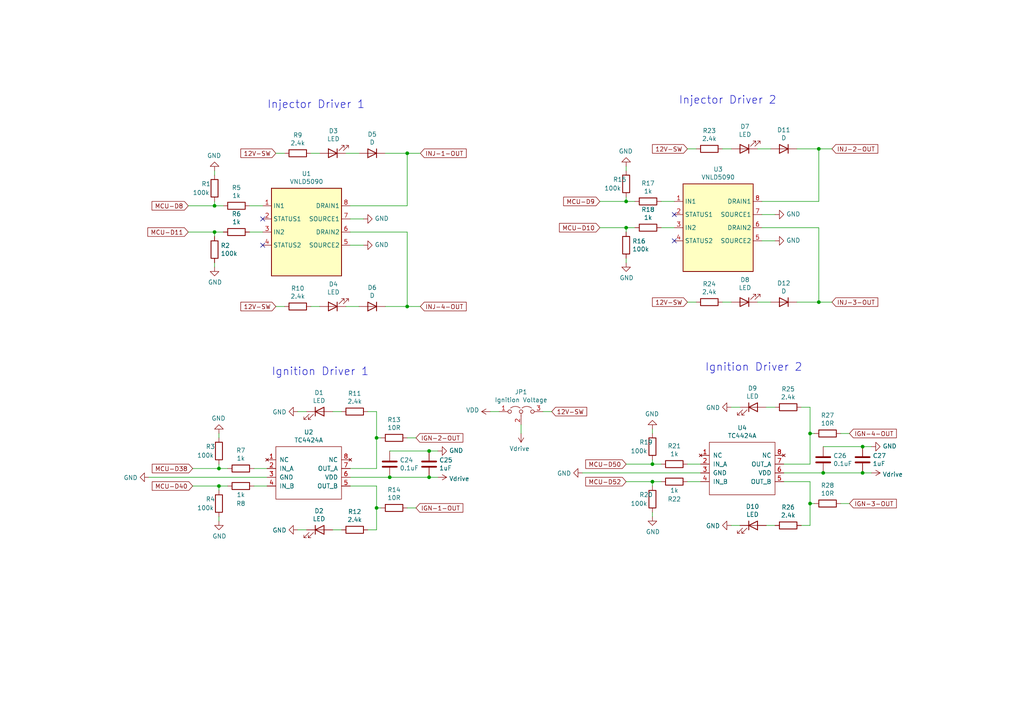
<source format=kicad_sch>
(kicad_sch (version 20210621) (generator eeschema)
  (paper "A4")
  (lib_symbols
    (symbol "Device:C" (pin_numbers hide) (pin_names (offset 0.254))
      (property "Reference" "C" (at 0.635 2.54 0))
      (property "Value" "C" (at 0.635 -2.54 0))
      (symbol "C_0_1"
        (polyline (pts (xy -2.032 -0.762) (xy 2.032 -0.762)) (stroke (width 0.508)))
        (polyline (pts (xy -2.032 0.762) (xy 2.032 0.762)) (stroke (width 0.508)))
      )
      (symbol "C_1_1"
        (pin passive line (at 0 3.81 270) (length 2.794) (name "~") (number "1"))
        (pin passive line (at 0 -3.81 90) (length 2.794) (name "~") (number "2"))
      )
    )
    (symbol "Device:D" (pin_numbers hide) (pin_names (offset 1.016) hide)
      (property "Reference" "D" (at 0 2.54 0))
      (property "Value" "D" (at 0 -2.54 0))
      (symbol "D_0_1"
        (polyline (pts (xy -1.27 1.27) (xy -1.27 -1.27)) (stroke (width 0.254)))
        (polyline (pts (xy 1.27 0) (xy -1.27 0)))
        (polyline (pts (xy 1.27 1.27) (xy 1.27 -1.27) (xy -1.27 0) (xy 1.27 1.27)) (stroke (width 0.254)))
      )
      (symbol "D_1_1"
        (pin passive line (at -3.81 0 0) (length 2.54) (name "K") (number "1"))
        (pin passive line (at 3.81 0 180) (length 2.54) (name "A") (number "2"))
      )
    )
    (symbol "Device:LED" (pin_numbers hide) (pin_names (offset 1.016) hide)
      (property "Reference" "D" (at 0 2.54 0))
      (property "Value" "LED" (at 0 -2.54 0))
      (symbol "LED_0_1"
        (polyline (pts (xy -1.27 -1.27) (xy -1.27 1.27)) (stroke (width 0.254)))
        (polyline (pts (xy -1.27 0) (xy 1.27 0)))
        (polyline (pts (xy 1.27 -1.27) (xy 1.27 1.27) (xy -1.27 0) (xy 1.27 -1.27)) (stroke (width 0.254)))
        (polyline (pts (xy -3.048 -0.762) (xy -4.572 -2.286) (xy -3.81 -2.286) (xy -4.572 -2.286) (xy -4.572 -1.524)))
        (polyline (pts (xy -1.778 -0.762) (xy -3.302 -2.286) (xy -2.54 -2.286) (xy -3.302 -2.286) (xy -3.302 -1.524)))
      )
      (symbol "LED_1_1"
        (pin passive line (at -3.81 0 0) (length 2.54) (name "K") (number "1"))
        (pin passive line (at 3.81 0 180) (length 2.54) (name "A") (number "2"))
      )
    )
    (symbol "Device:R" (pin_numbers hide) (pin_names (offset 0))
      (property "Reference" "R" (at 2.032 0 90))
      (property "Value" "R" (at 0 0 90))
      (symbol "R_0_1"
        (rectangle (start -1.016 -2.54) (end 1.016 2.54) (stroke (width 0.254)))
      )
      (symbol "R_1_1"
        (pin passive line (at 0 3.81 270) (length 1.27) (name "~") (number "1"))
        (pin passive line (at 0 -3.81 90) (length 1.27) (name "~") (number "2"))
      )
    )
    (symbol "IC_Automotive:TC4424A" (pin_names (offset 1.016))
      (property "Reference" "U" (at -7.62 38.1 0))
      (property "Value" "IC_Automotive_TC4424A" (at -15.24 38.1 0))
      (symbol "TC4424A_0_1"
        (rectangle (start -25.4 36.83) (end -6.35 21.59))
      )
      (symbol "TC4424A_1_1"
        (pin no_connect line (at -27.94 33.02 0) (length 2.54) (name "NC") (number "1"))
        (pin input line (at -27.94 30.48 0) (length 2.54) (name "IN_A") (number "2"))
        (pin power_in line (at -27.94 27.94 0) (length 2.54) (name "GND") (number "3"))
        (pin input line (at -27.94 25.4 0) (length 2.54) (name "IN_B") (number "4"))
        (pin input line (at -3.81 25.4 180) (length 2.54) (name "OUT_B") (number "5"))
        (pin power_in line (at -3.81 27.94 180) (length 2.54) (name "VDD") (number "6"))
        (pin output line (at -3.81 30.48 180) (length 2.54) (name "OUT_A") (number "7"))
        (pin no_connect line (at -3.81 33.02 180) (length 2.54) (name "NC") (number "8"))
      )
    )
    (symbol "IC_Automotive:VNLD5090"
      (property "Reference" "U" (at -7.62 11.43 0))
      (property "Value" "IC_Automotive_VNLD5090" (at 12.7 11.43 0))
      (symbol "VNLD5090_0_1"
        (rectangle (start -7.62 -15.24) (end 12.7 10.16) (stroke (width 0.254)) (fill (type background)))
      )
      (symbol "VNLD5090_1_1"
        (pin input line (at -10.16 5.08 0) (length 2.54) (name "IN1") (number "1"))
        (pin output line (at -10.16 1.27 0) (length 2.54) (name "STATUS1") (number "2"))
        (pin input line (at -10.16 -2.54 0) (length 2.54) (name "IN2") (number "3"))
        (pin output line (at -10.16 -6.35 0) (length 2.54) (name "STATUS2") (number "4"))
        (pin input line (at 15.24 -6.35 180) (length 2.54) (name "SOURCE2") (number "5"))
        (pin output line (at 15.24 -2.54 180) (length 2.54) (name "DRAIN2") (number "6"))
        (pin input line (at 15.24 1.27 180) (length 2.54) (name "SOURCE1") (number "7"))
        (pin output line (at 15.24 5.08 180) (length 2.54) (name "DRAIN1") (number "8"))
      )
    )
    (symbol "Jumper:Jumper_3_Open" (pin_names (offset 0) hide)
      (property "Reference" "JP" (at -2.54 -2.54 0))
      (property "Value" "Jumper_3_Open" (at 0 2.794 0))
      (symbol "Jumper_3_Open_0_0"
        (circle (center -3.302 0) (radius 0.508))
        (circle (center 0 0) (radius 0.508))
        (circle (center 3.302 0) (radius 0.508))
      )
      (symbol "Jumper_3_Open_0_1"
        (arc (start -0.254 1.016) (mid -1.651 1.4992) (end -3.048 1.016))
        (polyline (pts (xy 0 -0.508) (xy 0 -1.27)))
        (arc (start 3.048 1.016) (mid 1.651 1.4992) (end 0.254 1.016))
      )
      (symbol "Jumper_3_Open_1_1"
        (pin passive line (at -6.35 0 0) (length 2.54) (name "A") (number "1"))
        (pin input line (at 0 -3.81 90) (length 2.54) (name "C") (number "2"))
        (pin passive line (at 6.35 0 180) (length 2.54) (name "B") (number "3"))
      )
    )
    (symbol "power:GND" (power) (pin_names (offset 0))
      (property "Value" "GND" (at 0 -3.81 0))
      (symbol "GND_0_1"
        (polyline (pts (xy 0 0) (xy 0 -1.27) (xy 1.27 -1.27) (xy 0 -2.54) (xy -1.27 -1.27) (xy 0 -1.27)))
      )
      (symbol "GND_1_1"
        (pin power_in line (at 0 0 270) (length 0) hide (name "GND") (number "1"))
      )
    )
    (symbol "power:VDD" (power) (pin_names (offset 0))
      (property "Value" "VDD" (at 0 3.81 0))
      (symbol "VDD_0_1"
        (polyline (pts (xy -0.762 1.27) (xy 0 2.54)))
        (polyline (pts (xy 0 0) (xy 0 2.54)))
        (polyline (pts (xy 0 2.54) (xy 0.762 1.27)))
      )
      (symbol "VDD_1_1"
        (pin power_in line (at 0 0 90) (length 0) hide (name "VDD") (number "1"))
      )
    )
    (symbol "power:Vdrive" (power) (pin_names (offset 0))
      (property "Value" "Vdrive" (at 0 3.81 0))
      (symbol "Vdrive_0_1"
        (polyline (pts (xy -0.762 1.27) (xy 0 2.54)))
        (polyline (pts (xy 0 0) (xy 0 2.54)))
        (polyline (pts (xy 0 2.54) (xy 0.762 1.27)))
      )
      (symbol "Vdrive_1_1"
        (pin power_in line (at 0 0 90) (length 0) hide (name "Vdrive") (number "1"))
      )
    )
  )
  (junction (at 124.46 138.43))
  (junction (at 181.61 66.04))
  (junction (at 234.95 125.73))
  (junction (at 63.5 140.97))
  (junction (at 62.23 67.31))
  (junction (at 234.95 146.05))
  (junction (at 250.19 129.54))
  (junction (at 62.23 59.69))
  (junction (at 118.11 88.9))
  (junction (at 181.61 58.42))
  (junction (at 118.11 44.45))
  (junction (at 124.46 130.81))
  (junction (at 113.03 138.43))
  (junction (at 250.19 137.16))
  (junction (at 237.49 87.63))
  (junction (at 238.76 137.16))
  (junction (at 109.22 127))
  (junction (at 109.22 147.32))
  (junction (at 189.23 134.62))
  (junction (at 189.23 139.7))
  (junction (at 63.5 135.89))
  (junction (at 237.49 43.18))
  (no_connect (at 76.2 71.12))
  (no_connect (at 76.2 63.5))
  (no_connect (at 195.58 69.85))
  (no_connect (at 195.58 62.23))
  (wire (pts (xy 189.23 149.86) (xy 189.23 148.59)))
  (wire (pts (xy 189.23 134.62) (xy 191.77 134.62)))
  (wire (pts (xy 234.95 139.7) (xy 227.33 139.7)))
  (wire (pts (xy 181.61 66.04) (xy 181.61 67.31)))
  (wire (pts (xy 124.46 130.81) (xy 113.03 130.81)))
  (wire (pts (xy 220.98 66.04) (xy 237.49 66.04)))
  (wire (pts (xy 110.49 147.32) (xy 109.22 147.32)))
  (wire (pts (xy 234.95 152.4) (xy 234.95 146.05)))
  (wire (pts (xy 73.66 140.97) (xy 77.47 140.97)))
  (wire (pts (xy 212.09 152.4) (xy 214.63 152.4)))
  (wire (pts (xy 231.14 87.63) (xy 237.49 87.63)))
  (wire (pts (xy 209.55 43.18) (xy 212.09 43.18)))
  (wire (pts (xy 101.6 59.69) (xy 118.11 59.69)))
  (wire (pts (xy 80.01 88.9) (xy 82.55 88.9)))
  (wire (pts (xy 66.04 140.97) (xy 63.5 140.97)))
  (wire (pts (xy 199.39 134.62) (xy 203.2 134.62)))
  (wire (pts (xy 236.22 125.73) (xy 234.95 125.73)))
  (wire (pts (xy 72.39 59.69) (xy 76.2 59.69)))
  (wire (pts (xy 113.03 138.43) (xy 101.6 138.43)))
  (wire (pts (xy 118.11 67.31) (xy 118.11 88.9)))
  (wire (pts (xy 181.61 139.7) (xy 189.23 139.7)))
  (wire (pts (xy 222.25 152.4) (xy 224.79 152.4)))
  (wire (pts (xy 96.52 153.67) (xy 99.06 153.67)))
  (wire (pts (xy 157.48 119.38) (xy 160.02 119.38)))
  (wire (pts (xy 62.23 50.8) (xy 62.23 49.53)))
  (wire (pts (xy 144.78 119.38) (xy 142.24 119.38)))
  (wire (pts (xy 96.52 119.38) (xy 99.06 119.38)))
  (wire (pts (xy 63.5 151.13) (xy 63.5 149.86)))
  (wire (pts (xy 220.98 58.42) (xy 237.49 58.42)))
  (wire (pts (xy 121.92 88.9) (xy 118.11 88.9)))
  (wire (pts (xy 63.5 127) (xy 63.5 125.73)))
  (wire (pts (xy 203.2 137.16) (xy 168.91 137.16)))
  (wire (pts (xy 109.22 153.67) (xy 109.22 147.32)))
  (wire (pts (xy 106.68 153.67) (xy 109.22 153.67)))
  (wire (pts (xy 236.22 146.05) (xy 234.95 146.05)))
  (wire (pts (xy 238.76 137.16) (xy 227.33 137.16)))
  (wire (pts (xy 181.61 76.2) (xy 181.61 74.93)))
  (wire (pts (xy 181.61 57.15) (xy 181.61 58.42)))
  (wire (pts (xy 250.19 129.54) (xy 238.76 129.54)))
  (wire (pts (xy 250.19 137.16) (xy 238.76 137.16)))
  (wire (pts (xy 191.77 139.7) (xy 189.23 139.7)))
  (wire (pts (xy 55.88 135.89) (xy 63.5 135.89)))
  (wire (pts (xy 243.84 125.73) (xy 246.38 125.73)))
  (wire (pts (xy 118.11 59.69) (xy 118.11 44.45)))
  (wire (pts (xy 189.23 125.73) (xy 189.23 124.46)))
  (wire (pts (xy 109.22 127) (xy 109.22 135.89)))
  (wire (pts (xy 181.61 49.53) (xy 181.61 48.26)))
  (wire (pts (xy 109.22 119.38) (xy 109.22 127)))
  (wire (pts (xy 86.36 119.38) (xy 88.9 119.38)))
  (wire (pts (xy 234.95 134.62) (xy 227.33 134.62)))
  (wire (pts (xy 121.92 44.45) (xy 118.11 44.45)))
  (wire (pts (xy 55.88 140.97) (xy 63.5 140.97)))
  (wire (pts (xy 54.61 67.31) (xy 62.23 67.31)))
  (wire (pts (xy 237.49 58.42) (xy 237.49 43.18)))
  (wire (pts (xy 199.39 139.7) (xy 203.2 139.7)))
  (wire (pts (xy 124.46 138.43) (xy 113.03 138.43)))
  (wire (pts (xy 63.5 135.89) (xy 66.04 135.89)))
  (wire (pts (xy 86.36 153.67) (xy 88.9 153.67)))
  (wire (pts (xy 77.47 138.43) (xy 43.18 138.43)))
  (wire (pts (xy 189.23 139.7) (xy 189.23 140.97)))
  (wire (pts (xy 90.17 88.9) (xy 92.71 88.9)))
  (wire (pts (xy 100.33 88.9) (xy 104.14 88.9)))
  (wire (pts (xy 173.99 66.04) (xy 181.61 66.04)))
  (wire (pts (xy 151.13 125.73) (xy 151.13 123.19)))
  (wire (pts (xy 209.55 87.63) (xy 212.09 87.63)))
  (wire (pts (xy 62.23 58.42) (xy 62.23 59.69)))
  (wire (pts (xy 63.5 140.97) (xy 63.5 142.24)))
  (wire (pts (xy 109.22 147.32) (xy 109.22 140.97)))
  (wire (pts (xy 234.95 146.05) (xy 234.95 139.7)))
  (wire (pts (xy 62.23 77.47) (xy 62.23 76.2)))
  (wire (pts (xy 54.61 59.69) (xy 62.23 59.69)))
  (wire (pts (xy 189.23 133.35) (xy 189.23 134.62)))
  (wire (pts (xy 234.95 125.73) (xy 234.95 134.62)))
  (wire (pts (xy 105.41 71.12) (xy 101.6 71.12)))
  (wire (pts (xy 191.77 66.04) (xy 195.58 66.04)))
  (wire (pts (xy 243.84 146.05) (xy 246.38 146.05)))
  (wire (pts (xy 127 130.81) (xy 124.46 130.81)))
  (wire (pts (xy 109.22 135.89) (xy 101.6 135.89)))
  (wire (pts (xy 237.49 66.04) (xy 237.49 87.63)))
  (wire (pts (xy 64.77 67.31) (xy 62.23 67.31)))
  (wire (pts (xy 109.22 140.97) (xy 101.6 140.97)))
  (wire (pts (xy 199.39 87.63) (xy 201.93 87.63)))
  (wire (pts (xy 118.11 127) (xy 120.65 127)))
  (wire (pts (xy 63.5 134.62) (xy 63.5 135.89)))
  (wire (pts (xy 220.98 62.23) (xy 224.79 62.23)))
  (wire (pts (xy 252.73 137.16) (xy 250.19 137.16)))
  (wire (pts (xy 73.66 135.89) (xy 77.47 135.89)))
  (wire (pts (xy 224.79 69.85) (xy 220.98 69.85)))
  (wire (pts (xy 212.09 118.11) (xy 214.63 118.11)))
  (wire (pts (xy 101.6 63.5) (xy 105.41 63.5)))
  (wire (pts (xy 219.71 87.63) (xy 223.52 87.63)))
  (wire (pts (xy 222.25 118.11) (xy 224.79 118.11)))
  (wire (pts (xy 106.68 119.38) (xy 109.22 119.38)))
  (wire (pts (xy 100.33 44.45) (xy 104.14 44.45)))
  (wire (pts (xy 62.23 59.69) (xy 64.77 59.69)))
  (wire (pts (xy 241.3 87.63) (xy 237.49 87.63)))
  (wire (pts (xy 111.76 44.45) (xy 118.11 44.45)))
  (wire (pts (xy 127 138.43) (xy 124.46 138.43)))
  (wire (pts (xy 231.14 43.18) (xy 237.49 43.18)))
  (wire (pts (xy 219.71 43.18) (xy 223.52 43.18)))
  (wire (pts (xy 191.77 58.42) (xy 195.58 58.42)))
  (wire (pts (xy 181.61 134.62) (xy 189.23 134.62)))
  (wire (pts (xy 90.17 44.45) (xy 92.71 44.45)))
  (wire (pts (xy 101.6 67.31) (xy 118.11 67.31)))
  (wire (pts (xy 232.41 152.4) (xy 234.95 152.4)))
  (wire (pts (xy 80.01 44.45) (xy 82.55 44.45)))
  (wire (pts (xy 110.49 127) (xy 109.22 127)))
  (wire (pts (xy 173.99 58.42) (xy 181.61 58.42)))
  (wire (pts (xy 234.95 118.11) (xy 234.95 125.73)))
  (wire (pts (xy 72.39 67.31) (xy 76.2 67.31)))
  (wire (pts (xy 118.11 147.32) (xy 120.65 147.32)))
  (wire (pts (xy 181.61 58.42) (xy 184.15 58.42)))
  (wire (pts (xy 184.15 66.04) (xy 181.61 66.04)))
  (wire (pts (xy 241.3 43.18) (xy 237.49 43.18)))
  (wire (pts (xy 199.39 43.18) (xy 201.93 43.18)))
  (wire (pts (xy 62.23 67.31) (xy 62.23 68.58)))
  (wire (pts (xy 232.41 118.11) (xy 234.95 118.11)))
  (wire (pts (xy 111.76 88.9) (xy 118.11 88.9)))
  (wire (pts (xy 252.73 129.54) (xy 250.19 129.54)))
  (text "Ignition Driver 1" (at 78.74 109.22 0) (effects (font (size 2.2606 2.2606)) (justify left bottom)))
  (text "Ignition Driver 2" (at 204.47 107.95 0) (effects (font (size 2.2606 2.2606)) (justify left bottom)))
  (text "Injector Driver 2" (at 196.85 30.48 0) (effects (font (size 2.2606 2.2606)) (justify left bottom)))
  (text "Injector Driver 1" (at 77.47 31.75 0) (effects (font (size 2.2606 2.2606)) (justify left bottom)))
  (global_label "MCU-D8" (shape input) (at 54.61 59.69 180) (property "Intersheet References" "${INTERSHEET_REFS}" (effects hide)))
  (global_label "MCU-D10" (shape input) (at 173.99 66.04 180) (property "Intersheet References" "${INTERSHEET_REFS}" (effects hide)))
  (global_label "MCU-D9" (shape input) (at 173.99 58.42 180) (property "Intersheet References" "${INTERSHEET_REFS}" (effects hide)))
  (global_label "IGN-2-OUT" (shape input) (at 120.65 127 0) (property "Intersheet References" "${INTERSHEET_REFS}" (effects hide)))
  (global_label "12V-SW" (shape input) (at 80.01 44.45 180) (property "Intersheet References" "${INTERSHEET_REFS}" (effects hide)))
  (global_label "INJ-2-OUT" (shape input) (at 241.3 43.18 0) (property "Intersheet References" "${INTERSHEET_REFS}" (effects hide)))
  (global_label "INJ-4-OUT" (shape input) (at 121.92 88.9 0) (property "Intersheet References" "${INTERSHEET_REFS}" (effects hide)))
  (global_label "MCU-D40" (shape input) (at 55.88 140.97 180) (property "Intersheet References" "${INTERSHEET_REFS}" (effects hide)))
  (global_label "INJ-1-OUT" (shape input) (at 121.92 44.45 0) (property "Intersheet References" "${INTERSHEET_REFS}" (effects hide)))
  (global_label "IGN-1-OUT" (shape input) (at 120.65 147.32 0) (property "Intersheet References" "${INTERSHEET_REFS}" (effects hide)))
  (global_label "12V-SW" (shape input) (at 80.01 88.9 180) (property "Intersheet References" "${INTERSHEET_REFS}" (effects hide)))
  (global_label "MCU-D38" (shape input) (at 55.88 135.89 180) (property "Intersheet References" "${INTERSHEET_REFS}" (effects hide)))
  (global_label "INJ-3-OUT" (shape input) (at 241.3 87.63 0) (property "Intersheet References" "${INTERSHEET_REFS}" (effects hide)))
  (global_label "MCU-D11" (shape input) (at 54.61 67.31 180) (property "Intersheet References" "${INTERSHEET_REFS}" (effects hide)))
  (global_label "MCU-D50" (shape input) (at 181.61 134.62 180) (property "Intersheet References" "${INTERSHEET_REFS}" (effects hide)))
  (global_label "12V-SW" (shape input) (at 199.39 43.18 180) (property "Intersheet References" "${INTERSHEET_REFS}" (effects hide)))
  (global_label "IGN-4-OUT" (shape input) (at 246.38 125.73 0) (property "Intersheet References" "${INTERSHEET_REFS}" (effects hide)))
  (global_label "12V-SW" (shape input) (at 199.39 87.63 180) (property "Intersheet References" "${INTERSHEET_REFS}" (effects hide)))
  (global_label "MCU-D52" (shape input) (at 181.61 139.7 180) (property "Intersheet References" "${INTERSHEET_REFS}" (effects hide)))
  (global_label "12V-SW" (shape input) (at 160.02 119.38 0) (property "Intersheet References" "${INTERSHEET_REFS}" (effects hide)))
  (global_label "IGN-3-OUT" (shape input) (at 246.38 146.05 0) (property "Intersheet References" "${INTERSHEET_REFS}" (effects hide)))
  (symbol (lib_id "IC_Automotive:VNLD5090") (at 86.36 64.77 0) (unit 1)
    (property "Reference" "U1" (at 88.9 50.3682 0))
    (property "Value" "VNLD5090" (at 88.9 52.6796 0))
    (property "Footprint" "Package_SO:SOIC-8_3.9x4.9mm_P1.27mm" (effects hide))
    (property "Datasheet" "https://www.st.com/resource/en/datasheet/vnld5090-e.pdf" (effects hide))
    (property "Manufacturer_Name" "STMicro" (effects hide))
    (property "Manufacturer_Part_Number" "VNLD5090-E" (effects hide))
    (property "URL" "https://www.digikey.com.au/products/en?keywords=VNLD5090-E" (effects hide))
    (property "Digikey Part Number" "497-18682-ND" (effects hide))
  )
  (symbol (lib_id "power:GND") (at 105.41 63.5 90) (unit 1)
    (property "Reference" "#PWR010" (effects hide))
    (property "Value" "GND" (at 108.6612 63.373 90) (effects (justify right)))
  )
  (symbol (lib_id "power:GND") (at 105.41 71.12 90) (unit 1)
    (property "Reference" "#PWR011" (effects hide))
    (property "Value" "GND" (at 108.6612 70.993 90) (effects (justify right)))
  )
  (symbol (lib_id "Device:R") (at 68.58 59.69 270) (unit 1)
    (property "Reference" "R5" (at 68.58 54.4322 90))
    (property "Value" "1k" (at 68.58 56.7436 90))
    (property "Footprint" "Resistor_SMD:R_0805_2012Metric" (effects hide))
    (property "Digikey Part Number" "311-1.00KCRCT-ND" (effects hide))
    (property "Manufacturer_Name" "Yageo" (effects hide))
    (property "Manufacturer_Part_Number" "RC0805FR-071KL" (effects hide))
    (property "URL" "https://www.digikey.com/product-detail/en/yageo/RC0805FR-071KL/311-1.00KCRCT-ND/730391" (effects hide))
  )
  (symbol (lib_id "Device:R") (at 68.58 67.31 270) (unit 1)
    (property "Reference" "R6" (at 68.58 62.0522 90))
    (property "Value" "1k" (at 68.58 64.3636 90))
    (property "Footprint" "Resistor_SMD:R_0805_2012Metric" (effects hide))
    (property "Digikey Part Number" "311-1.00KCRCT-ND" (effects hide))
    (property "Manufacturer_Name" "Yageo" (effects hide))
    (property "Manufacturer_Part_Number" "RC0805FR-071KL" (effects hide))
    (property "URL" "https://www.digikey.com/product-detail/en/yageo/RC0805FR-071KL/311-1.00KCRCT-ND/730391" (effects hide))
  )
  (symbol (lib_id "Device:R") (at 62.23 54.61 180) (unit 1)
    (property "Reference" "R1" (at 58.42 53.34 0) (effects (justify right)))
    (property "Value" "100k" (at 55.88 55.88 0) (effects (justify right)))
    (property "Footprint" "Resistor_SMD:R_0805_2012Metric" (effects hide))
    (property "Digikey Part Number" "311-100KCRCT-ND" (effects hide))
    (property "Manufacturer_Name" "Yageo" (effects hide))
    (property "Manufacturer_Part_Number" "RC0805FR-07100KL" (effects hide))
    (property "URL" "https://www.digikey.com/product-detail/en/yageo/RC0805FR-07100KL/311-100KCRCT-ND/730491" (effects hide))
  )
  (symbol (lib_id "Device:R") (at 62.23 72.39 180) (unit 1)
    (property "Reference" "R2" (at 64.008 71.2216 0) (effects (justify right)))
    (property "Value" "100k" (at 64.008 73.533 0) (effects (justify right)))
    (property "Footprint" "Resistor_SMD:R_0805_2012Metric" (effects hide))
    (property "Digikey Part Number" "311-100KCRCT-ND" (effects hide))
    (property "Manufacturer_Name" "Yageo" (effects hide))
    (property "Manufacturer_Part_Number" "RC0805FR-07100KL" (effects hide))
    (property "URL" "https://www.digikey.com/product-detail/en/yageo/RC0805FR-07100KL/311-100KCRCT-ND/730491" (effects hide))
  )
  (symbol (lib_id "power:GND") (at 62.23 49.53 180) (unit 1)
    (property "Reference" "#PWR04" (effects hide))
    (property "Value" "GND" (at 62.103 45.1358 0))
  )
  (symbol (lib_id "power:GND") (at 62.23 77.47 0) (unit 1)
    (property "Reference" "#PWR05" (effects hide))
    (property "Value" "GND" (at 62.357 81.8642 0))
  )
  (symbol (lib_id "Device:R") (at 86.36 88.9 270) (unit 1)
    (property "Reference" "R10" (at 86.36 83.6422 90))
    (property "Value" "2.4k" (at 86.36 85.9536 90))
    (property "Footprint" "Resistor_SMD:R_0805_2012Metric" (effects hide))
    (property "Digikey Part Number" "311-2.40KCRCT-ND" (effects hide))
    (property "Manufacturer_Name" "Yageo" (effects hide))
    (property "Manufacturer_Part_Number" "RC0805FR-072K4L" (effects hide))
    (property "URL" "https://www.digikey.com/product-detail/en/yageo/RC0805FR-072K4L/311-2.40KCRCT-ND/730637" (effects hide))
  )
  (symbol (lib_id "Device:LED") (at 96.52 88.9 180) (unit 1)
    (property "Reference" "D4" (at 96.6978 82.423 0))
    (property "Value" "LED" (at 96.6978 84.7344 0))
    (property "Footprint" "LED_SMD:LED_0805_2012Metric" (effects hide))
    (property "Digikey Part Number" "475-1415-1-ND" (effects hide))
    (property "Manufacturer_Name" "Osram" (effects hide))
    (property "Manufacturer_Part_Number" "LH R974-LP-1" (effects hide))
    (property "URL" "https://www.digikey.com/product-detail/en/osram-opto-semiconductors-inc/LH-R974-LP-1/475-1415-1-ND/1802604" (effects hide))
  )
  (symbol (lib_id "Device:R") (at 86.36 44.45 270) (unit 1)
    (property "Reference" "R9" (at 86.36 39.1922 90))
    (property "Value" "2.4k" (at 86.36 41.5036 90))
    (property "Footprint" "Resistor_SMD:R_0805_2012Metric" (effects hide))
    (property "Digikey Part Number" "311-2.40KCRCT-ND" (effects hide))
    (property "Manufacturer_Name" "Yageo" (effects hide))
    (property "Manufacturer_Part_Number" "RC0805FR-072K4L" (effects hide))
    (property "URL" "https://www.digikey.com/product-detail/en/yageo/RC0805FR-072K4L/311-2.40KCRCT-ND/730637" (effects hide))
  )
  (symbol (lib_id "Device:LED") (at 96.52 44.45 180) (unit 1)
    (property "Reference" "D3" (at 96.6978 37.973 0))
    (property "Value" "LED" (at 96.6978 40.2844 0))
    (property "Footprint" "LED_SMD:LED_0805_2012Metric" (effects hide))
    (property "Digikey Part Number" "475-1415-1-ND" (effects hide))
    (property "Manufacturer_Name" "Osram" (effects hide))
    (property "Manufacturer_Part_Number" "LH R974-LP-1" (effects hide))
    (property "URL" "https://www.digikey.com/product-detail/en/osram-opto-semiconductors-inc/LH-R974-LP-1/475-1415-1-ND/1802604" (effects hide))
  )
  (symbol (lib_id "IC_Automotive:VNLD5090") (at 205.74 63.5 0) (unit 1)
    (property "Reference" "U3" (at 208.28 49.0982 0))
    (property "Value" "VNLD5090" (at 208.28 51.4096 0))
    (property "Footprint" "Package_SO:SOIC-8_3.9x4.9mm_P1.27mm" (effects hide))
    (property "Datasheet" "https://www.st.com/resource/en/datasheet/vnld5090-e.pdf" (effects hide))
    (property "Manufacturer_Name" "STMicro" (effects hide))
    (property "Manufacturer_Part_Number" "VNLD5090-E" (effects hide))
    (property "URL" "https://www.digikey.com.au/products/en?keywords=VNLD5090-E" (effects hide))
    (property "Digikey Part Number" "497-18682-ND" (effects hide))
  )
  (symbol (lib_id "power:GND") (at 224.79 62.23 90) (unit 1)
    (property "Reference" "#PWR020" (effects hide))
    (property "Value" "GND" (at 228.0412 62.103 90) (effects (justify right)))
  )
  (symbol (lib_id "power:GND") (at 224.79 69.85 90) (unit 1)
    (property "Reference" "#PWR021" (effects hide))
    (property "Value" "GND" (at 228.0412 69.723 90) (effects (justify right)))
  )
  (symbol (lib_id "Device:R") (at 187.96 58.42 270) (unit 1)
    (property "Reference" "R17" (at 187.96 53.1622 90))
    (property "Value" "1k" (at 187.96 55.4736 90))
    (property "Footprint" "Resistor_SMD:R_0805_2012Metric" (effects hide))
    (property "Digikey Part Number" "311-1.00KCRCT-ND" (effects hide))
    (property "Manufacturer_Name" "Yageo" (effects hide))
    (property "Manufacturer_Part_Number" "RC0805FR-071KL" (effects hide))
    (property "URL" "https://www.digikey.com/product-detail/en/yageo/RC0805FR-071KL/311-1.00KCRCT-ND/730391" (effects hide))
  )
  (symbol (lib_id "Device:R") (at 187.96 66.04 270) (unit 1)
    (property "Reference" "R18" (at 187.96 60.7822 90))
    (property "Value" "1k" (at 187.96 63.0936 90))
    (property "Footprint" "Resistor_SMD:R_0805_2012Metric" (effects hide))
    (property "Digikey Part Number" "311-1.00KCRCT-ND" (effects hide))
    (property "Manufacturer_Name" "Yageo" (effects hide))
    (property "Manufacturer_Part_Number" "RC0805FR-071KL" (effects hide))
    (property "URL" "https://www.digikey.com/product-detail/en/yageo/RC0805FR-071KL/311-1.00KCRCT-ND/730391" (effects hide))
  )
  (symbol (lib_id "Device:R") (at 181.61 53.34 180) (unit 1)
    (property "Reference" "R15" (at 177.8 52.07 0) (effects (justify right)))
    (property "Value" "100k" (at 175.26 54.61 0) (effects (justify right)))
    (property "Footprint" "Resistor_SMD:R_0805_2012Metric" (effects hide))
    (property "Digikey Part Number" "311-100KCRCT-ND" (effects hide))
    (property "Manufacturer_Name" "Yageo" (effects hide))
    (property "Manufacturer_Part_Number" "RC0805FR-07100KL" (effects hide))
    (property "URL" "https://www.digikey.com/product-detail/en/yageo/RC0805FR-07100KL/311-100KCRCT-ND/730491" (effects hide))
  )
  (symbol (lib_id "Device:R") (at 181.61 71.12 180) (unit 1)
    (property "Reference" "R16" (at 183.388 69.9516 0) (effects (justify right)))
    (property "Value" "100k" (at 183.388 72.263 0) (effects (justify right)))
    (property "Footprint" "Resistor_SMD:R_0805_2012Metric" (effects hide))
    (property "Digikey Part Number" "311-100KCRCT-ND" (effects hide))
    (property "Manufacturer_Name" "Yageo" (effects hide))
    (property "Manufacturer_Part_Number" "RC0805FR-07100KL" (effects hide))
    (property "URL" "https://www.digikey.com/product-detail/en/yageo/RC0805FR-07100KL/311-100KCRCT-ND/730491" (effects hide))
  )
  (symbol (lib_id "power:GND") (at 181.61 48.26 180) (unit 1)
    (property "Reference" "#PWR014" (effects hide))
    (property "Value" "GND" (at 181.483 43.8658 0))
  )
  (symbol (lib_id "power:GND") (at 181.61 76.2 0) (unit 1)
    (property "Reference" "#PWR015" (effects hide))
    (property "Value" "GND" (at 181.737 80.5942 0))
  )
  (symbol (lib_id "Device:R") (at 205.74 87.63 270) (unit 1)
    (property "Reference" "R24" (at 205.74 82.3722 90))
    (property "Value" "2.4k" (at 205.74 84.6836 90))
    (property "Footprint" "Resistor_SMD:R_0805_2012Metric" (effects hide))
    (property "Digikey Part Number" "311-2.40KCRCT-ND" (effects hide))
    (property "Manufacturer_Name" "Yageo" (effects hide))
    (property "Manufacturer_Part_Number" "RC0805FR-072K4L" (effects hide))
    (property "URL" "https://www.digikey.com/product-detail/en/yageo/RC0805FR-072K4L/311-2.40KCRCT-ND/730637" (effects hide))
  )
  (symbol (lib_id "Device:LED") (at 215.9 87.63 180) (unit 1)
    (property "Reference" "D8" (at 216.0778 81.153 0))
    (property "Value" "LED" (at 216.0778 83.4644 0))
    (property "Footprint" "LED_SMD:LED_0805_2012Metric" (effects hide))
    (property "Digikey Part Number" "475-1415-1-ND" (effects hide))
    (property "Manufacturer_Name" "Osram" (effects hide))
    (property "Manufacturer_Part_Number" "LH R974-LP-1" (effects hide))
    (property "URL" "https://www.digikey.com/product-detail/en/osram-opto-semiconductors-inc/LH-R974-LP-1/475-1415-1-ND/1802604" (effects hide))
  )
  (symbol (lib_id "Device:R") (at 205.74 43.18 270) (unit 1)
    (property "Reference" "R23" (at 205.74 37.9222 90))
    (property "Value" "2.4k" (at 205.74 40.2336 90))
    (property "Footprint" "Resistor_SMD:R_0805_2012Metric" (effects hide))
    (property "Digikey Part Number" "311-2.40KCRCT-ND" (effects hide))
    (property "Manufacturer_Name" "Yageo" (effects hide))
    (property "Manufacturer_Part_Number" "RC0805FR-072K4L" (effects hide))
    (property "URL" "https://www.digikey.com/product-detail/en/yageo/RC0805FR-072K4L/311-2.40KCRCT-ND/730637" (effects hide))
  )
  (symbol (lib_id "Device:LED") (at 215.9 43.18 180) (unit 1)
    (property "Reference" "D7" (at 216.0778 36.703 0))
    (property "Value" "LED" (at 216.0778 39.0144 0))
    (property "Footprint" "LED_SMD:LED_0805_2012Metric" (effects hide))
    (property "Digikey Part Number" "475-1415-1-ND" (effects hide))
    (property "Manufacturer_Name" "Osram" (effects hide))
    (property "Manufacturer_Part_Number" "LH R974-LP-1" (effects hide))
    (property "URL" "https://www.digikey.com/product-detail/en/osram-opto-semiconductors-inc/LH-R974-LP-1/475-1415-1-ND/1802604" (effects hide))
  )
  (symbol (lib_id "IC_Automotive:TC4424A") (at 105.41 166.37 0) (unit 1)
    (property "Reference" "U2" (at 89.535 125.349 0))
    (property "Value" "TC4424A" (at 89.535 127.6604 0))
    (property "Footprint" "Package_SO:SOIC-8_3.9x4.9mm_P1.27mm" (effects hide))
    (property "Digikey Part Number" "TC4424AVOA-ND" (effects hide))
    (property "Manufacturer_Name" "Microchip" (effects hide))
    (property "Manufacturer_Part_Number" "TC4424AVOA" (effects hide))
    (property "URL" "https://www.digikey.com/product-detail/en/microchip-technology/TC4424AVOA/TC4424AVOA-ND/1098908" (effects hide))
  )
  (symbol (lib_id "Device:R") (at 69.85 135.89 270) (unit 1)
    (property "Reference" "R7" (at 69.85 130.6322 90))
    (property "Value" "1k" (at 69.85 132.9436 90))
    (property "Footprint" "Resistor_SMD:R_0805_2012Metric" (effects hide))
    (property "Digikey Part Number" "311-1.00KCRCT-ND" (effects hide))
    (property "Manufacturer_Name" "Yageo" (effects hide))
    (property "Manufacturer_Part_Number" "RC0805FR-071KL" (effects hide))
    (property "URL" "https://www.digikey.com/product-detail/en/yageo/RC0805FR-071KL/311-1.00KCRCT-ND/730391" (effects hide))
  )
  (symbol (lib_id "Device:R") (at 69.85 140.97 270) (unit 1)
    (property "Reference" "R8" (at 69.85 146.05 90))
    (property "Value" "1k" (at 69.85 143.51 90))
    (property "Footprint" "Resistor_SMD:R_0805_2012Metric" (effects hide))
    (property "Digikey Part Number" "311-1.00KCRCT-ND" (effects hide))
    (property "Manufacturer_Name" "Yageo" (effects hide))
    (property "Manufacturer_Part_Number" "RC0805FR-071KL" (effects hide))
    (property "URL" "https://www.digikey.com/product-detail/en/yageo/RC0805FR-071KL/311-1.00KCRCT-ND/730391" (effects hide))
  )
  (symbol (lib_id "Device:R") (at 63.5 130.81 180) (unit 1)
    (property "Reference" "R3" (at 59.69 129.54 0) (effects (justify right)))
    (property "Value" "100k" (at 57.15 132.08 0) (effects (justify right)))
    (property "Footprint" "Resistor_SMD:R_0805_2012Metric" (effects hide))
    (property "Digikey Part Number" "311-100KCRCT-ND" (effects hide))
    (property "Manufacturer_Name" "Yageo" (effects hide))
    (property "Manufacturer_Part_Number" "RC0805FR-07100KL" (effects hide))
    (property "URL" "https://www.digikey.com/product-detail/en/yageo/RC0805FR-07100KL/311-100KCRCT-ND/730491" (effects hide))
  )
  (symbol (lib_id "Device:R") (at 63.5 146.05 180) (unit 1)
    (property "Reference" "R4" (at 59.69 144.78 0) (effects (justify right)))
    (property "Value" "100k" (at 57.15 147.32 0) (effects (justify right)))
    (property "Footprint" "Resistor_SMD:R_0805_2012Metric" (effects hide))
    (property "Digikey Part Number" "311-100KCRCT-ND" (effects hide))
    (property "Manufacturer_Name" "Yageo" (effects hide))
    (property "Manufacturer_Part_Number" "RC0805FR-07100KL" (effects hide))
    (property "URL" "https://www.digikey.com/product-detail/en/yageo/RC0805FR-07100KL/311-100KCRCT-ND/730491" (effects hide))
  )
  (symbol (lib_id "power:GND") (at 63.5 125.73 180) (unit 1)
    (property "Reference" "#PWR06" (effects hide))
    (property "Value" "GND" (at 63.373 121.3358 0))
  )
  (symbol (lib_id "power:GND") (at 63.5 151.13 0) (unit 1)
    (property "Reference" "#PWR07" (effects hide))
    (property "Value" "GND" (at 63.627 155.5242 0))
  )
  (symbol (lib_id "power:GND") (at 43.18 138.43 270) (unit 1)
    (property "Reference" "#PWR03" (effects hide))
    (property "Value" "GND" (at 39.9288 138.557 90) (effects (justify right)))
  )
  (symbol (lib_id "Device:LED") (at 92.71 119.38 0) (unit 1)
    (property "Reference" "D1" (at 92.5322 113.8936 0))
    (property "Value" "LED" (at 92.5322 116.205 0))
    (property "Footprint" "LED_SMD:LED_0805_2012Metric" (effects hide))
    (property "Digikey Part Number" "475-1415-1-ND" (effects hide))
    (property "Manufacturer_Name" "Osram" (effects hide))
    (property "Manufacturer_Part_Number" "LH R974-LP-1" (effects hide))
    (property "URL" "https://www.digikey.com/product-detail/en/osram-opto-semiconductors-inc/LH-R974-LP-1/475-1415-1-ND/1802604" (effects hide))
  )
  (symbol (lib_id "power:GND") (at 86.36 119.38 270) (unit 1)
    (property "Reference" "#PWR08" (effects hide))
    (property "Value" "GND" (at 83.1088 119.507 90) (effects (justify right)))
  )
  (symbol (lib_id "Device:R") (at 102.87 119.38 270) (unit 1)
    (property "Reference" "R11" (at 102.87 114.1222 90))
    (property "Value" "2.4k" (at 102.87 116.4336 90))
    (property "Footprint" "Resistor_SMD:R_0805_2012Metric" (effects hide))
    (property "Digikey Part Number" "311-2.40KCRCT-ND" (effects hide))
    (property "Manufacturer_Name" "Yageo" (effects hide))
    (property "Manufacturer_Part_Number" "RC0805FR-072K4L" (effects hide))
    (property "URL" "https://www.digikey.com/product-detail/en/yageo/RC0805FR-072K4L/311-2.40KCRCT-ND/730637" (effects hide))
  )
  (symbol (lib_id "Device:R") (at 114.3 127 270) (unit 1)
    (property "Reference" "R13" (at 114.3 121.7422 90))
    (property "Value" "10R" (at 114.3 124.0536 90))
    (property "Footprint" "Resistor_SMD:R_0805_2012Metric" (effects hide))
    (property "Digikey Part Number" "311-10.0CRCT-ND" (effects hide))
    (property "Manufacturer_Name" "Yageo" (effects hide))
    (property "Manufacturer_Part_Number" "RC0805FR-0710RL" (effects hide))
    (property "URL" "https://www.digikey.com/product-detail/en/yageo/RC0805FR-0710RL/311-10.0CRCT-ND/730481" (effects hide))
  )
  (symbol (lib_id "power:VDD") (at 142.24 119.38 90) (unit 1)
    (property "Reference" "#PWR012" (effects hide))
    (property "Value" "VDD" (at 138.9888 118.9482 90) (effects (justify left)))
  )
  (symbol (lib_id "Device:LED") (at 92.71 153.67 0) (unit 1)
    (property "Reference" "D2" (at 92.5322 148.1836 0))
    (property "Value" "LED" (at 92.5322 150.495 0))
    (property "Footprint" "LED_SMD:LED_0805_2012Metric" (effects hide))
    (property "Digikey Part Number" "475-1415-1-ND" (effects hide))
    (property "Manufacturer_Name" "Osram" (effects hide))
    (property "Manufacturer_Part_Number" "LH R974-LP-1" (effects hide))
    (property "URL" "https://www.digikey.com/product-detail/en/osram-opto-semiconductors-inc/LH-R974-LP-1/475-1415-1-ND/1802604" (effects hide))
  )
  (symbol (lib_id "power:GND") (at 86.36 153.67 270) (unit 1)
    (property "Reference" "#PWR09" (effects hide))
    (property "Value" "GND" (at 83.1088 153.797 90) (effects (justify right)))
  )
  (symbol (lib_id "Device:R") (at 102.87 153.67 270) (unit 1)
    (property "Reference" "R12" (at 102.87 148.4122 90))
    (property "Value" "2.4k" (at 102.87 150.7236 90))
    (property "Footprint" "Resistor_SMD:R_0805_2012Metric" (effects hide))
    (property "Digikey Part Number" "311-2.40KCRCT-ND" (effects hide))
    (property "Manufacturer_Name" "Yageo" (effects hide))
    (property "Manufacturer_Part_Number" "RC0805FR-072K4L" (effects hide))
    (property "URL" "https://www.digikey.com/product-detail/en/yageo/RC0805FR-072K4L/311-2.40KCRCT-ND/730637" (effects hide))
  )
  (symbol (lib_id "Device:R") (at 114.3 147.32 270) (unit 1)
    (property "Reference" "R14" (at 114.3 142.0622 90))
    (property "Value" "10R" (at 114.3 144.3736 90))
    (property "Footprint" "Resistor_SMD:R_0805_2012Metric" (effects hide))
    (property "Digikey Part Number" "311-10.0CRCT-ND" (effects hide))
    (property "Manufacturer_Name" "Yageo" (effects hide))
    (property "Manufacturer_Part_Number" "RC0805FR-0710RL" (effects hide))
    (property "URL" "https://www.digikey.com/product-detail/en/yageo/RC0805FR-0710RL/311-10.0CRCT-ND/730481" (effects hide))
  )
  (symbol (lib_id "IC_Automotive:TC4424A") (at 231.14 165.1 0) (unit 1)
    (property "Reference" "U4" (at 215.265 124.079 0))
    (property "Value" "TC4424A" (at 215.265 126.3904 0))
    (property "Footprint" "Package_SO:SOIC-8_3.9x4.9mm_P1.27mm" (effects hide))
    (property "Digikey Part Number" "TC4424AVOA-ND" (effects hide))
    (property "Manufacturer_Name" "Microchip" (effects hide))
    (property "Manufacturer_Part_Number" "TC4424AVOA" (effects hide))
    (property "URL" "https://www.digikey.com/product-detail/en/microchip-technology/TC4424AVOA/TC4424AVOA-ND/1098908" (effects hide))
  )
  (symbol (lib_id "Device:R") (at 195.58 134.62 270) (unit 1)
    (property "Reference" "R21" (at 195.58 129.3622 90))
    (property "Value" "1k" (at 195.58 131.6736 90))
    (property "Footprint" "Resistor_SMD:R_0805_2012Metric" (effects hide))
    (property "Digikey Part Number" "311-1.00KCRCT-ND" (effects hide))
    (property "Manufacturer_Name" "Yageo" (effects hide))
    (property "Manufacturer_Part_Number" "RC0805FR-071KL" (effects hide))
    (property "URL" "https://www.digikey.com/product-detail/en/yageo/RC0805FR-071KL/311-1.00KCRCT-ND/730391" (effects hide))
  )
  (symbol (lib_id "Device:R") (at 195.58 139.7 270) (unit 1)
    (property "Reference" "R22" (at 195.58 144.78 90))
    (property "Value" "1k" (at 195.58 142.24 90))
    (property "Footprint" "Resistor_SMD:R_0805_2012Metric" (effects hide))
    (property "Digikey Part Number" "311-1.00KCRCT-ND" (effects hide))
    (property "Manufacturer_Name" "Yageo" (effects hide))
    (property "Manufacturer_Part_Number" "RC0805FR-071KL" (effects hide))
    (property "URL" "https://www.digikey.com/product-detail/en/yageo/RC0805FR-071KL/311-1.00KCRCT-ND/730391" (effects hide))
  )
  (symbol (lib_id "Device:R") (at 189.23 129.54 180) (unit 1)
    (property "Reference" "R19" (at 185.42 128.27 0) (effects (justify right)))
    (property "Value" "100k" (at 182.88 130.81 0) (effects (justify right)))
    (property "Footprint" "Resistor_SMD:R_0805_2012Metric" (effects hide))
    (property "Digikey Part Number" "311-100KCRCT-ND" (effects hide))
    (property "Manufacturer_Name" "Yageo" (effects hide))
    (property "Manufacturer_Part_Number" "RC0805FR-07100KL" (effects hide))
    (property "URL" "https://www.digikey.com/product-detail/en/yageo/RC0805FR-07100KL/311-100KCRCT-ND/730491" (effects hide))
  )
  (symbol (lib_id "Device:R") (at 189.23 144.78 180) (unit 1)
    (property "Reference" "R20" (at 185.42 143.51 0) (effects (justify right)))
    (property "Value" "100k" (at 182.88 146.05 0) (effects (justify right)))
    (property "Footprint" "Resistor_SMD:R_0805_2012Metric" (effects hide))
    (property "Digikey Part Number" "311-100KCRCT-ND" (effects hide))
    (property "Manufacturer_Name" "Yageo" (effects hide))
    (property "Manufacturer_Part_Number" "RC0805FR-07100KL" (effects hide))
    (property "URL" "https://www.digikey.com/product-detail/en/yageo/RC0805FR-07100KL/311-100KCRCT-ND/730491" (effects hide))
  )
  (symbol (lib_id "power:GND") (at 189.23 124.46 180) (unit 1)
    (property "Reference" "#PWR016" (effects hide))
    (property "Value" "GND" (at 189.103 120.0658 0))
  )
  (symbol (lib_id "power:GND") (at 189.23 149.86 0) (unit 1)
    (property "Reference" "#PWR017" (effects hide))
    (property "Value" "GND" (at 189.357 154.2542 0))
  )
  (symbol (lib_id "power:GND") (at 168.91 137.16 270) (unit 1)
    (property "Reference" "#PWR013" (effects hide))
    (property "Value" "GND" (at 165.6588 137.287 90) (effects (justify right)))
  )
  (symbol (lib_id "Device:LED") (at 218.44 118.11 0) (unit 1)
    (property "Reference" "D9" (at 218.2622 112.6236 0))
    (property "Value" "LED" (at 218.2622 114.935 0))
    (property "Footprint" "LED_SMD:LED_0805_2012Metric" (effects hide))
    (property "Digikey Part Number" "475-1415-1-ND" (effects hide))
    (property "Manufacturer_Name" "Osram" (effects hide))
    (property "Manufacturer_Part_Number" "LH R974-LP-1" (effects hide))
    (property "URL" "https://www.digikey.com/product-detail/en/osram-opto-semiconductors-inc/LH-R974-LP-1/475-1415-1-ND/1802604" (effects hide))
  )
  (symbol (lib_id "power:GND") (at 212.09 118.11 270) (unit 1)
    (property "Reference" "#PWR018" (effects hide))
    (property "Value" "GND" (at 208.8388 118.237 90) (effects (justify right)))
  )
  (symbol (lib_id "Device:R") (at 228.6 118.11 270) (unit 1)
    (property "Reference" "R25" (at 228.6 112.8522 90))
    (property "Value" "2.4k" (at 228.6 115.1636 90))
    (property "Footprint" "Resistor_SMD:R_0805_2012Metric" (effects hide))
    (property "Digikey Part Number" "311-2.40KCRCT-ND" (effects hide))
    (property "Manufacturer_Name" "Yageo" (effects hide))
    (property "Manufacturer_Part_Number" "RC0805FR-072K4L" (effects hide))
    (property "URL" "https://www.digikey.com/product-detail/en/yageo/RC0805FR-072K4L/311-2.40KCRCT-ND/730637" (effects hide))
  )
  (symbol (lib_id "Device:R") (at 240.03 125.73 270) (unit 1)
    (property "Reference" "R27" (at 240.03 120.4722 90))
    (property "Value" "10R" (at 240.03 122.7836 90))
    (property "Footprint" "Resistor_SMD:R_0805_2012Metric" (effects hide))
    (property "Digikey Part Number" "311-10.0CRCT-ND" (effects hide))
    (property "Manufacturer_Name" "Yageo" (effects hide))
    (property "Manufacturer_Part_Number" "RC0805FR-0710RL" (effects hide))
    (property "URL" "https://www.digikey.com/product-detail/en/yageo/RC0805FR-0710RL/311-10.0CRCT-ND/730481" (effects hide))
  )
  (symbol (lib_id "Device:LED") (at 218.44 152.4 0) (unit 1)
    (property "Reference" "D10" (at 218.2622 146.9136 0))
    (property "Value" "LED" (at 218.2622 149.225 0))
    (property "Footprint" "LED_SMD:LED_0805_2012Metric" (effects hide))
    (property "Digikey Part Number" "475-1415-1-ND" (effects hide))
    (property "Manufacturer_Name" "Osram" (effects hide))
    (property "Manufacturer_Part_Number" "LH R974-LP-1" (effects hide))
    (property "URL" "https://www.digikey.com/product-detail/en/osram-opto-semiconductors-inc/LH-R974-LP-1/475-1415-1-ND/1802604" (effects hide))
  )
  (symbol (lib_id "power:GND") (at 212.09 152.4 270) (unit 1)
    (property "Reference" "#PWR019" (effects hide))
    (property "Value" "GND" (at 208.8388 152.527 90) (effects (justify right)))
  )
  (symbol (lib_id "Device:R") (at 228.6 152.4 270) (unit 1)
    (property "Reference" "R26" (at 228.6 147.1422 90))
    (property "Value" "2.4k" (at 228.6 149.4536 90))
    (property "Footprint" "Resistor_SMD:R_0805_2012Metric" (effects hide))
    (property "Digikey Part Number" "311-2.40KCRCT-ND" (effects hide))
    (property "Manufacturer_Name" "Yageo" (effects hide))
    (property "Manufacturer_Part_Number" "RC0805FR-072K4L" (effects hide))
    (property "URL" "https://www.digikey.com/product-detail/en/yageo/RC0805FR-072K4L/311-2.40KCRCT-ND/730637" (effects hide))
  )
  (symbol (lib_id "Device:R") (at 240.03 146.05 270) (unit 1)
    (property "Reference" "R28" (at 240.03 140.7922 90))
    (property "Value" "10R" (at 240.03 143.1036 90))
    (property "Footprint" "Resistor_SMD:R_0805_2012Metric" (effects hide))
    (property "Digikey Part Number" "311-10.0CRCT-ND" (effects hide))
    (property "Manufacturer_Name" "Yageo" (effects hide))
    (property "Manufacturer_Part_Number" "RC0805FR-0710RL" (effects hide))
    (property "URL" "https://www.digikey.com/product-detail/en/yageo/RC0805FR-0710RL/311-10.0CRCT-ND/730481" (effects hide))
  )
  (symbol (lib_id "Device:D") (at 227.33 87.63 180) (unit 1)
    (property "Reference" "D12" (at 227.33 82.1436 0))
    (property "Value" "D" (at 227.33 84.455 0))
    (property "Footprint" "Diode_SMD:D_SOD-323" (effects hide))
    (property "Digikey Part Number" "1N4448WXTPMSCT-ND" (effects hide))
    (property "Manufacturer_Name" "MCC" (effects hide))
    (property "Manufacturer_Part_Number" "1N4448WX-TP" (effects hide))
    (property "URL" "https://www.digikey.com/product-detail/en/micro-commercial-co/1N4448WX-TP/1N4448WXTPMSCT-ND/789338" (effects hide))
  )
  (symbol (lib_id "Device:D") (at 227.33 43.18 180) (unit 1)
    (property "Reference" "D11" (at 227.33 37.6936 0))
    (property "Value" "D" (at 227.33 40.005 0))
    (property "Footprint" "Diode_SMD:D_SOD-323" (effects hide))
    (property "Digikey Part Number" "1N4448WXTPMSCT-ND" (effects hide))
    (property "Manufacturer_Name" "MCC" (effects hide))
    (property "Manufacturer_Part_Number" "1N4448WX-TP" (effects hide))
    (property "URL" "https://www.digikey.com/product-detail/en/micro-commercial-co/1N4448WX-TP/1N4448WXTPMSCT-ND/789338" (effects hide))
  )
  (symbol (lib_id "Device:D") (at 107.95 44.45 180) (unit 1)
    (property "Reference" "D5" (at 107.95 38.9636 0))
    (property "Value" "D" (at 107.95 41.275 0))
    (property "Footprint" "Diode_SMD:D_SOD-323" (effects hide))
    (property "Digikey Part Number" "1N4448WXTPMSCT-ND" (effects hide))
    (property "Manufacturer_Name" "MCC" (effects hide))
    (property "Manufacturer_Part_Number" "1N4448WX-TP" (effects hide))
    (property "URL" "https://www.digikey.com/product-detail/en/micro-commercial-co/1N4448WX-TP/1N4448WXTPMSCT-ND/789338" (effects hide))
  )
  (symbol (lib_id "Device:D") (at 107.95 88.9 180) (unit 1)
    (property "Reference" "D6" (at 107.95 83.4136 0))
    (property "Value" "D" (at 107.95 85.725 0))
    (property "Footprint" "Diode_SMD:D_SOD-323" (effects hide))
    (property "Digikey Part Number" "1N4448WXTPMSCT-ND" (effects hide))
    (property "Manufacturer_Name" "MCC" (effects hide))
    (property "Manufacturer_Part_Number" "1N4448WX-TP" (effects hide))
    (property "URL" "https://www.digikey.com/product-detail/en/micro-commercial-co/1N4448WX-TP/1N4448WXTPMSCT-ND/789338" (effects hide))
  )
  (symbol (lib_id "Jumper:Jumper_3_Open") (at 151.13 119.38 0) (unit 1)
    (property "Reference" "JP1" (at 151.13 113.6904 0))
    (property "Value" "Ignition Voltage" (at 151.13 116.0018 0))
    (property "Footprint" "Connector_PinHeader_2.54mm:PinHeader_1x03_P2.54mm_Vertical" (effects hide))
    (property "Digikey Part Number" "952-2263-ND " (effects hide))
    (property "Manufacturer_Name" "Harwin Inc" (effects hide))
    (property "Manufacturer_Part_Number" "M20-9990345" (effects hide))
    (property "URL" "https://www.digikey.com.au/products/en?keywords=M20-9990345" (effects hide))
  )
  (symbol (lib_id "power:Vdrive") (at 151.13 125.73 180) (unit 1)
    (property "Reference" "#PWR0101" (effects hide))
    (property "Value" "Vdrive" (at 150.6728 130.1242 0))
  )
  (symbol (lib_id "power:Vdrive") (at 127 138.43 270) (unit 1)
    (property "Reference" "#PWR0102" (effects hide))
    (property "Value" "Vdrive" (at 130.2512 138.8618 90) (effects (justify left)))
  )
  (symbol (lib_id "power:Vdrive") (at 252.73 137.16 270) (unit 1)
    (property "Reference" "#PWR0103" (effects hide))
    (property "Value" "Vdrive" (at 255.9812 137.5918 90) (effects (justify left)))
  )
  (symbol (lib_id "Device:C") (at 113.03 134.62 0)
    (property "Reference" "C24" (at 115.951 133.4516 0) (effects (justify left)))
    (property "Value" "0.1uF" (at 115.951 135.763 0) (effects (justify left)))
    (property "Footprint" "Capacitor_SMD:C_0805_2012Metric" (effects hide))
    (property "Digikey Part Number" "311-1140-1-ND" (effects hide))
    (property "Manufacturer_Name" "Yageo" (effects hide))
    (property "Manufacturer_Part_Number" "CC0805KRX7R9BB104" (effects hide))
    (property "URL" "https://www.digikey.com.au/product-detail/en/yageo/CC0805KRX7R9BB104/311-1140-1-ND/303050" (effects hide))
  )
  (symbol (lib_id "Device:C") (at 124.46 134.62 0)
    (property "Reference" "C25" (at 127.381 133.4516 0) (effects (justify left)))
    (property "Value" "1uF" (at 127.381 135.763 0) (effects (justify left)))
    (property "Footprint" "Capacitor_SMD:C_0805_2012Metric" (effects hide))
    (property "Digikey Part Number" "311-1365-1-ND" (effects hide))
    (property "Manufacturer_Name" "Yageo" (effects hide))
    (property "Manufacturer_Part_Number" "CC0805KKX7R7BB105" (effects hide))
    (property "URL" "https://www.digikey.com/product-detail/en/yageo/CC0805KKX7R7BB105/311-1365-1-ND/2103149" (effects hide))
  )
  (symbol (lib_id "power:GND") (at 127 130.81 90) (unit 1)
    (property "Reference" "#PWR0104" (effects hide))
    (property "Value" "GND" (at 130.2512 130.683 90) (effects (justify right)))
  )
  (symbol (lib_id "Device:C") (at 238.76 133.35 0)
    (property "Reference" "C26" (at 241.681 132.1816 0) (effects (justify left)))
    (property "Value" "0.1uF" (at 241.681 134.493 0) (effects (justify left)))
    (property "Footprint" "Capacitor_SMD:C_0805_2012Metric" (effects hide))
    (property "Digikey Part Number" "311-1140-1-ND" (effects hide))
    (property "Manufacturer_Name" "Yageo" (effects hide))
    (property "Manufacturer_Part_Number" "CC0805KRX7R9BB104" (effects hide))
    (property "URL" "https://www.digikey.com.au/product-detail/en/yageo/CC0805KRX7R9BB104/311-1140-1-ND/303050" (effects hide))
  )
  (symbol (lib_id "Device:C") (at 250.19 133.35 0)
    (property "Reference" "C27" (at 253.111 132.1816 0) (effects (justify left)))
    (property "Value" "1uF" (at 253.111 134.493 0) (effects (justify left)))
    (property "Footprint" "Capacitor_SMD:C_0805_2012Metric" (effects hide))
    (property "Digikey Part Number" "311-1365-1-ND" (effects hide))
    (property "Manufacturer_Name" "Yageo" (effects hide))
    (property "Manufacturer_Part_Number" "CC0805KKX7R7BB105" (effects hide))
    (property "URL" "https://www.digikey.com/product-detail/en/yageo/CC0805KKX7R7BB105/311-1365-1-ND/2103149" (effects hide))
  )
  (symbol (lib_id "power:GND") (at 252.73 129.54 90) (unit 1)
    (property "Reference" "#PWR0105" (effects hide))
    (property "Value" "GND" (at 255.9812 129.413 90) (effects (justify right)))
  )
)
</source>
